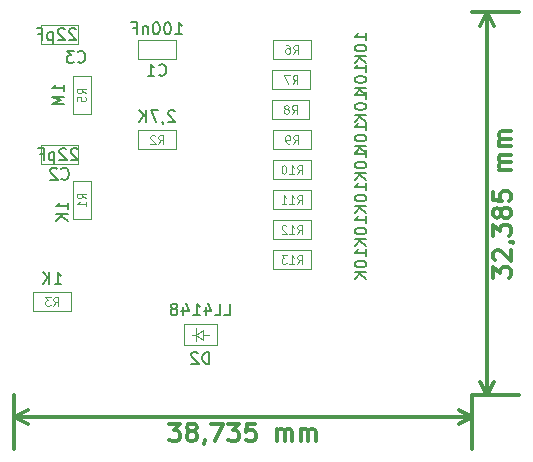
<source format=gbr>
G04 #@! TF.GenerationSoftware,KiCad,Pcbnew,(5.1.5)-3*
G04 #@! TF.CreationDate,2020-06-01T15:58:54+02:00*
G04 #@! TF.ProjectId,MutltiSwitch_Sw8,4d75746c-7469-4537-9769-7463685f5377,0.1*
G04 #@! TF.SameCoordinates,Original*
G04 #@! TF.FileFunction,Other,Fab,Bot*
%FSLAX46Y46*%
G04 Gerber Fmt 4.6, Leading zero omitted, Abs format (unit mm)*
G04 Created by KiCad (PCBNEW (5.1.5)-3) date 2020-06-01 15:58:54*
%MOMM*%
%LPD*%
G04 APERTURE LIST*
%ADD10C,0.300000*%
%ADD11C,0.100000*%
%ADD12C,0.150000*%
%ADD13C,0.105000*%
G04 APERTURE END LIST*
D10*
X146431785Y-123083571D02*
X147360357Y-123083571D01*
X146860357Y-123655000D01*
X147074642Y-123655000D01*
X147217500Y-123726428D01*
X147288928Y-123797857D01*
X147360357Y-123940714D01*
X147360357Y-124297857D01*
X147288928Y-124440714D01*
X147217500Y-124512142D01*
X147074642Y-124583571D01*
X146646071Y-124583571D01*
X146503214Y-124512142D01*
X146431785Y-124440714D01*
X148217500Y-123726428D02*
X148074642Y-123655000D01*
X148003214Y-123583571D01*
X147931785Y-123440714D01*
X147931785Y-123369285D01*
X148003214Y-123226428D01*
X148074642Y-123155000D01*
X148217500Y-123083571D01*
X148503214Y-123083571D01*
X148646071Y-123155000D01*
X148717500Y-123226428D01*
X148788928Y-123369285D01*
X148788928Y-123440714D01*
X148717500Y-123583571D01*
X148646071Y-123655000D01*
X148503214Y-123726428D01*
X148217500Y-123726428D01*
X148074642Y-123797857D01*
X148003214Y-123869285D01*
X147931785Y-124012142D01*
X147931785Y-124297857D01*
X148003214Y-124440714D01*
X148074642Y-124512142D01*
X148217500Y-124583571D01*
X148503214Y-124583571D01*
X148646071Y-124512142D01*
X148717500Y-124440714D01*
X148788928Y-124297857D01*
X148788928Y-124012142D01*
X148717500Y-123869285D01*
X148646071Y-123797857D01*
X148503214Y-123726428D01*
X149503214Y-124512142D02*
X149503214Y-124583571D01*
X149431785Y-124726428D01*
X149360357Y-124797857D01*
X150003214Y-123083571D02*
X151003214Y-123083571D01*
X150360357Y-124583571D01*
X151431785Y-123083571D02*
X152360357Y-123083571D01*
X151860357Y-123655000D01*
X152074642Y-123655000D01*
X152217500Y-123726428D01*
X152288928Y-123797857D01*
X152360357Y-123940714D01*
X152360357Y-124297857D01*
X152288928Y-124440714D01*
X152217500Y-124512142D01*
X152074642Y-124583571D01*
X151646071Y-124583571D01*
X151503214Y-124512142D01*
X151431785Y-124440714D01*
X153717500Y-123083571D02*
X153003214Y-123083571D01*
X152931785Y-123797857D01*
X153003214Y-123726428D01*
X153146071Y-123655000D01*
X153503214Y-123655000D01*
X153646071Y-123726428D01*
X153717500Y-123797857D01*
X153788928Y-123940714D01*
X153788928Y-124297857D01*
X153717500Y-124440714D01*
X153646071Y-124512142D01*
X153503214Y-124583571D01*
X153146071Y-124583571D01*
X153003214Y-124512142D01*
X152931785Y-124440714D01*
X155574642Y-124583571D02*
X155574642Y-123583571D01*
X155574642Y-123726428D02*
X155646071Y-123655000D01*
X155788928Y-123583571D01*
X156003214Y-123583571D01*
X156146071Y-123655000D01*
X156217500Y-123797857D01*
X156217500Y-124583571D01*
X156217500Y-123797857D02*
X156288928Y-123655000D01*
X156431785Y-123583571D01*
X156646071Y-123583571D01*
X156788928Y-123655000D01*
X156860357Y-123797857D01*
X156860357Y-124583571D01*
X157574642Y-124583571D02*
X157574642Y-123583571D01*
X157574642Y-123726428D02*
X157646071Y-123655000D01*
X157788928Y-123583571D01*
X158003214Y-123583571D01*
X158146071Y-123655000D01*
X158217500Y-123797857D01*
X158217500Y-124583571D01*
X158217500Y-123797857D02*
X158288928Y-123655000D01*
X158431785Y-123583571D01*
X158646071Y-123583571D01*
X158788928Y-123655000D01*
X158860357Y-123797857D01*
X158860357Y-124583571D01*
X172085000Y-122555000D02*
X133350000Y-122555000D01*
X172085000Y-120650000D02*
X172085000Y-125255000D01*
X133350000Y-120650000D02*
X133350000Y-125255000D01*
X133350000Y-122555000D02*
X134476504Y-121968579D01*
X133350000Y-122555000D02*
X134476504Y-123141421D01*
X172085000Y-122555000D02*
X170958496Y-121968579D01*
X172085000Y-122555000D02*
X170958496Y-123141421D01*
X173883570Y-110743214D02*
X173883570Y-109814642D01*
X174454999Y-110314642D01*
X174454999Y-110100357D01*
X174526427Y-109957500D01*
X174597856Y-109886071D01*
X174740713Y-109814642D01*
X175097856Y-109814642D01*
X175240713Y-109886071D01*
X175312141Y-109957500D01*
X175383570Y-110100357D01*
X175383570Y-110528928D01*
X175312141Y-110671785D01*
X175240713Y-110743214D01*
X174026427Y-109243214D02*
X173954999Y-109171785D01*
X173883570Y-109028928D01*
X173883570Y-108671785D01*
X173954999Y-108528928D01*
X174026427Y-108457500D01*
X174169284Y-108386071D01*
X174312141Y-108386071D01*
X174526427Y-108457500D01*
X175383570Y-109314642D01*
X175383570Y-108386071D01*
X175312141Y-107671785D02*
X175383570Y-107671785D01*
X175526427Y-107743214D01*
X175597856Y-107814642D01*
X173883570Y-107171785D02*
X173883570Y-106243214D01*
X174454999Y-106743214D01*
X174454999Y-106528928D01*
X174526427Y-106386071D01*
X174597856Y-106314642D01*
X174740713Y-106243214D01*
X175097856Y-106243214D01*
X175240713Y-106314642D01*
X175312141Y-106386071D01*
X175383570Y-106528928D01*
X175383570Y-106957500D01*
X175312141Y-107100357D01*
X175240713Y-107171785D01*
X174526427Y-105386071D02*
X174454999Y-105528928D01*
X174383570Y-105600357D01*
X174240713Y-105671785D01*
X174169284Y-105671785D01*
X174026427Y-105600357D01*
X173954999Y-105528928D01*
X173883570Y-105386071D01*
X173883570Y-105100357D01*
X173954999Y-104957500D01*
X174026427Y-104886071D01*
X174169284Y-104814642D01*
X174240713Y-104814642D01*
X174383570Y-104886071D01*
X174454999Y-104957500D01*
X174526427Y-105100357D01*
X174526427Y-105386071D01*
X174597856Y-105528928D01*
X174669284Y-105600357D01*
X174812141Y-105671785D01*
X175097856Y-105671785D01*
X175240713Y-105600357D01*
X175312141Y-105528928D01*
X175383570Y-105386071D01*
X175383570Y-105100357D01*
X175312141Y-104957500D01*
X175240713Y-104886071D01*
X175097856Y-104814642D01*
X174812141Y-104814642D01*
X174669284Y-104886071D01*
X174597856Y-104957500D01*
X174526427Y-105100357D01*
X173883570Y-103457500D02*
X173883570Y-104171785D01*
X174597856Y-104243214D01*
X174526427Y-104171785D01*
X174454999Y-104028928D01*
X174454999Y-103671785D01*
X174526427Y-103528928D01*
X174597856Y-103457500D01*
X174740713Y-103386071D01*
X175097856Y-103386071D01*
X175240713Y-103457500D01*
X175312141Y-103528928D01*
X175383570Y-103671785D01*
X175383570Y-104028928D01*
X175312141Y-104171785D01*
X175240713Y-104243214D01*
X175383570Y-101600357D02*
X174383570Y-101600357D01*
X174526427Y-101600357D02*
X174454999Y-101528928D01*
X174383570Y-101386071D01*
X174383570Y-101171785D01*
X174454999Y-101028928D01*
X174597856Y-100957500D01*
X175383570Y-100957500D01*
X174597856Y-100957500D02*
X174454999Y-100886071D01*
X174383570Y-100743214D01*
X174383570Y-100528928D01*
X174454999Y-100386071D01*
X174597856Y-100314642D01*
X175383570Y-100314642D01*
X175383570Y-99600357D02*
X174383570Y-99600357D01*
X174526427Y-99600357D02*
X174454999Y-99528928D01*
X174383570Y-99386071D01*
X174383570Y-99171785D01*
X174454999Y-99028928D01*
X174597856Y-98957500D01*
X175383570Y-98957500D01*
X174597856Y-98957500D02*
X174454999Y-98886071D01*
X174383570Y-98743214D01*
X174383570Y-98528928D01*
X174454999Y-98386071D01*
X174597856Y-98314642D01*
X175383570Y-98314642D01*
X173354999Y-120650000D02*
X173354999Y-88265000D01*
X172085000Y-120650000D02*
X176054999Y-120650000D01*
X172085000Y-88265000D02*
X176054999Y-88265000D01*
X173354999Y-88265000D02*
X173941420Y-89391504D01*
X173354999Y-88265000D02*
X172768578Y-89391504D01*
X173354999Y-120650000D02*
X173941420Y-119523496D01*
X173354999Y-120650000D02*
X172768578Y-119523496D01*
D11*
X143815000Y-90640000D02*
X143815000Y-92240000D01*
X147015000Y-90640000D02*
X143815000Y-90640000D01*
X147015000Y-92240000D02*
X147015000Y-90640000D01*
X143815000Y-92240000D02*
X147015000Y-92240000D01*
X135560000Y-99530000D02*
X135560000Y-101130000D01*
X138760000Y-99530000D02*
X135560000Y-99530000D01*
X138760000Y-101130000D02*
X138760000Y-99530000D01*
X135560000Y-101130000D02*
X138760000Y-101130000D01*
X135560000Y-89370000D02*
X135560000Y-90970000D01*
X138760000Y-89370000D02*
X135560000Y-89370000D01*
X138760000Y-90970000D02*
X138760000Y-89370000D01*
X135560000Y-90970000D02*
X138760000Y-90970000D01*
X143815000Y-98260000D02*
X143815000Y-99860000D01*
X147015000Y-98260000D02*
X143815000Y-98260000D01*
X147015000Y-99860000D02*
X147015000Y-98260000D01*
X143815000Y-99860000D02*
X147015000Y-99860000D01*
X138265000Y-105740000D02*
X139865000Y-105740000D01*
X138265000Y-102540000D02*
X138265000Y-105740000D01*
X139865000Y-102540000D02*
X138265000Y-102540000D01*
X139865000Y-105740000D02*
X139865000Y-102540000D01*
X134925000Y-111976000D02*
X134925000Y-113576000D01*
X138125000Y-111976000D02*
X134925000Y-111976000D01*
X138125000Y-113576000D02*
X138125000Y-111976000D01*
X134925000Y-113576000D02*
X138125000Y-113576000D01*
X138265000Y-96850000D02*
X139865000Y-96850000D01*
X138265000Y-93650000D02*
X138265000Y-96850000D01*
X139865000Y-93650000D02*
X138265000Y-93650000D01*
X139865000Y-96850000D02*
X139865000Y-93650000D01*
X155245000Y-90640000D02*
X155245000Y-92240000D01*
X158445000Y-90640000D02*
X155245000Y-90640000D01*
X158445000Y-92240000D02*
X158445000Y-90640000D01*
X155245000Y-92240000D02*
X158445000Y-92240000D01*
X155192000Y-93180000D02*
X155192000Y-94780000D01*
X158392000Y-93180000D02*
X155192000Y-93180000D01*
X158392000Y-94780000D02*
X158392000Y-93180000D01*
X155192000Y-94780000D02*
X158392000Y-94780000D01*
X155118000Y-95720000D02*
X155118000Y-97320000D01*
X158318000Y-95720000D02*
X155118000Y-95720000D01*
X158318000Y-97320000D02*
X158318000Y-95720000D01*
X155118000Y-97320000D02*
X158318000Y-97320000D01*
X155245000Y-98260000D02*
X155245000Y-99860000D01*
X158445000Y-98260000D02*
X155245000Y-98260000D01*
X158445000Y-99860000D02*
X158445000Y-98260000D01*
X155245000Y-99860000D02*
X158445000Y-99860000D01*
X155245000Y-100800000D02*
X155245000Y-102400000D01*
X158445000Y-100800000D02*
X155245000Y-100800000D01*
X158445000Y-102400000D02*
X158445000Y-100800000D01*
X155245000Y-102400000D02*
X158445000Y-102400000D01*
X155245000Y-103340000D02*
X155245000Y-104940000D01*
X158445000Y-103340000D02*
X155245000Y-103340000D01*
X158445000Y-104940000D02*
X158445000Y-103340000D01*
X155245000Y-104940000D02*
X158445000Y-104940000D01*
X155245000Y-105880000D02*
X155245000Y-107480000D01*
X158445000Y-105880000D02*
X155245000Y-105880000D01*
X158445000Y-107480000D02*
X158445000Y-105880000D01*
X155245000Y-107480000D02*
X158445000Y-107480000D01*
X155245000Y-108420000D02*
X155245000Y-110020000D01*
X158445000Y-108420000D02*
X155245000Y-108420000D01*
X158445000Y-110020000D02*
X158445000Y-108420000D01*
X155245000Y-110020000D02*
X158445000Y-110020000D01*
X147698000Y-116470000D02*
X150498000Y-116470000D01*
X150498000Y-116470000D02*
X150498000Y-114670000D01*
X150498000Y-114670000D02*
X147698000Y-114670000D01*
X147698000Y-114670000D02*
X147698000Y-116470000D01*
X148348000Y-115570000D02*
X148748000Y-115570000D01*
X148748000Y-115570000D02*
X148748000Y-116120000D01*
X148748000Y-115570000D02*
X148748000Y-115020000D01*
X148748000Y-115570000D02*
X149348000Y-115970000D01*
X149348000Y-115970000D02*
X149348000Y-115170000D01*
X149348000Y-115170000D02*
X148748000Y-115570000D01*
X149348000Y-115570000D02*
X149848000Y-115570000D01*
D12*
X146962619Y-90114380D02*
X147534047Y-90114380D01*
X147248333Y-90114380D02*
X147248333Y-89114380D01*
X147343571Y-89257238D01*
X147438809Y-89352476D01*
X147534047Y-89400095D01*
X146343571Y-89114380D02*
X146248333Y-89114380D01*
X146153095Y-89162000D01*
X146105476Y-89209619D01*
X146057857Y-89304857D01*
X146010238Y-89495333D01*
X146010238Y-89733428D01*
X146057857Y-89923904D01*
X146105476Y-90019142D01*
X146153095Y-90066761D01*
X146248333Y-90114380D01*
X146343571Y-90114380D01*
X146438809Y-90066761D01*
X146486428Y-90019142D01*
X146534047Y-89923904D01*
X146581666Y-89733428D01*
X146581666Y-89495333D01*
X146534047Y-89304857D01*
X146486428Y-89209619D01*
X146438809Y-89162000D01*
X146343571Y-89114380D01*
X145391190Y-89114380D02*
X145295952Y-89114380D01*
X145200714Y-89162000D01*
X145153095Y-89209619D01*
X145105476Y-89304857D01*
X145057857Y-89495333D01*
X145057857Y-89733428D01*
X145105476Y-89923904D01*
X145153095Y-90019142D01*
X145200714Y-90066761D01*
X145295952Y-90114380D01*
X145391190Y-90114380D01*
X145486428Y-90066761D01*
X145534047Y-90019142D01*
X145581666Y-89923904D01*
X145629285Y-89733428D01*
X145629285Y-89495333D01*
X145581666Y-89304857D01*
X145534047Y-89209619D01*
X145486428Y-89162000D01*
X145391190Y-89114380D01*
X144629285Y-89447714D02*
X144629285Y-90114380D01*
X144629285Y-89542952D02*
X144581666Y-89495333D01*
X144486428Y-89447714D01*
X144343571Y-89447714D01*
X144248333Y-89495333D01*
X144200714Y-89590571D01*
X144200714Y-90114380D01*
X143391190Y-89590571D02*
X143724523Y-89590571D01*
X143724523Y-90114380D02*
X143724523Y-89114380D01*
X143248333Y-89114380D01*
X145581666Y-93547142D02*
X145629285Y-93594761D01*
X145772142Y-93642380D01*
X145867380Y-93642380D01*
X146010238Y-93594761D01*
X146105476Y-93499523D01*
X146153095Y-93404285D01*
X146200714Y-93213809D01*
X146200714Y-93070952D01*
X146153095Y-92880476D01*
X146105476Y-92785238D01*
X146010238Y-92690000D01*
X145867380Y-92642380D01*
X145772142Y-92642380D01*
X145629285Y-92690000D01*
X145581666Y-92737619D01*
X144629285Y-93642380D02*
X145200714Y-93642380D01*
X144915000Y-93642380D02*
X144915000Y-92642380D01*
X145010238Y-92785238D01*
X145105476Y-92880476D01*
X145200714Y-92928095D01*
X138675857Y-99877619D02*
X138628238Y-99830000D01*
X138533000Y-99782380D01*
X138294904Y-99782380D01*
X138199666Y-99830000D01*
X138152047Y-99877619D01*
X138104428Y-99972857D01*
X138104428Y-100068095D01*
X138152047Y-100210952D01*
X138723476Y-100782380D01*
X138104428Y-100782380D01*
X137723476Y-99877619D02*
X137675857Y-99830000D01*
X137580619Y-99782380D01*
X137342523Y-99782380D01*
X137247285Y-99830000D01*
X137199666Y-99877619D01*
X137152047Y-99972857D01*
X137152047Y-100068095D01*
X137199666Y-100210952D01*
X137771095Y-100782380D01*
X137152047Y-100782380D01*
X136723476Y-100115714D02*
X136723476Y-101115714D01*
X136723476Y-100163333D02*
X136628238Y-100115714D01*
X136437761Y-100115714D01*
X136342523Y-100163333D01*
X136294904Y-100210952D01*
X136247285Y-100306190D01*
X136247285Y-100591904D01*
X136294904Y-100687142D01*
X136342523Y-100734761D01*
X136437761Y-100782380D01*
X136628238Y-100782380D01*
X136723476Y-100734761D01*
X135485380Y-100258571D02*
X135818714Y-100258571D01*
X135818714Y-100782380D02*
X135818714Y-99782380D01*
X135342523Y-99782380D01*
X137326666Y-102338142D02*
X137374285Y-102385761D01*
X137517142Y-102433380D01*
X137612380Y-102433380D01*
X137755238Y-102385761D01*
X137850476Y-102290523D01*
X137898095Y-102195285D01*
X137945714Y-102004809D01*
X137945714Y-101861952D01*
X137898095Y-101671476D01*
X137850476Y-101576238D01*
X137755238Y-101481000D01*
X137612380Y-101433380D01*
X137517142Y-101433380D01*
X137374285Y-101481000D01*
X137326666Y-101528619D01*
X136945714Y-101528619D02*
X136898095Y-101481000D01*
X136802857Y-101433380D01*
X136564761Y-101433380D01*
X136469523Y-101481000D01*
X136421904Y-101528619D01*
X136374285Y-101623857D01*
X136374285Y-101719095D01*
X136421904Y-101861952D01*
X136993333Y-102433380D01*
X136374285Y-102433380D01*
X138548857Y-89717619D02*
X138501238Y-89670000D01*
X138406000Y-89622380D01*
X138167904Y-89622380D01*
X138072666Y-89670000D01*
X138025047Y-89717619D01*
X137977428Y-89812857D01*
X137977428Y-89908095D01*
X138025047Y-90050952D01*
X138596476Y-90622380D01*
X137977428Y-90622380D01*
X137596476Y-89717619D02*
X137548857Y-89670000D01*
X137453619Y-89622380D01*
X137215523Y-89622380D01*
X137120285Y-89670000D01*
X137072666Y-89717619D01*
X137025047Y-89812857D01*
X137025047Y-89908095D01*
X137072666Y-90050952D01*
X137644095Y-90622380D01*
X137025047Y-90622380D01*
X136596476Y-89955714D02*
X136596476Y-90955714D01*
X136596476Y-90003333D02*
X136501238Y-89955714D01*
X136310761Y-89955714D01*
X136215523Y-90003333D01*
X136167904Y-90050952D01*
X136120285Y-90146190D01*
X136120285Y-90431904D01*
X136167904Y-90527142D01*
X136215523Y-90574761D01*
X136310761Y-90622380D01*
X136501238Y-90622380D01*
X136596476Y-90574761D01*
X135358380Y-90098571D02*
X135691714Y-90098571D01*
X135691714Y-90622380D02*
X135691714Y-89622380D01*
X135215523Y-89622380D01*
X138723666Y-92432142D02*
X138771285Y-92479761D01*
X138914142Y-92527380D01*
X139009380Y-92527380D01*
X139152238Y-92479761D01*
X139247476Y-92384523D01*
X139295095Y-92289285D01*
X139342714Y-92098809D01*
X139342714Y-91955952D01*
X139295095Y-91765476D01*
X139247476Y-91670238D01*
X139152238Y-91575000D01*
X139009380Y-91527380D01*
X138914142Y-91527380D01*
X138771285Y-91575000D01*
X138723666Y-91622619D01*
X138390333Y-91527380D02*
X137771285Y-91527380D01*
X138104619Y-91908333D01*
X137961761Y-91908333D01*
X137866523Y-91955952D01*
X137818904Y-92003571D01*
X137771285Y-92098809D01*
X137771285Y-92336904D01*
X137818904Y-92432142D01*
X137866523Y-92479761D01*
X137961761Y-92527380D01*
X138247476Y-92527380D01*
X138342714Y-92479761D01*
X138390333Y-92432142D01*
X146915000Y-96657619D02*
X146867380Y-96610000D01*
X146772142Y-96562380D01*
X146534047Y-96562380D01*
X146438809Y-96610000D01*
X146391190Y-96657619D01*
X146343571Y-96752857D01*
X146343571Y-96848095D01*
X146391190Y-96990952D01*
X146962619Y-97562380D01*
X146343571Y-97562380D01*
X145867380Y-97514761D02*
X145867380Y-97562380D01*
X145915000Y-97657619D01*
X145962619Y-97705238D01*
X145534047Y-96562380D02*
X144867380Y-96562380D01*
X145295952Y-97562380D01*
X144486428Y-97562380D02*
X144486428Y-96562380D01*
X143915000Y-97562380D02*
X144343571Y-96990952D01*
X143915000Y-96562380D02*
X144486428Y-97133809D01*
D13*
X145531666Y-99376666D02*
X145765000Y-99043333D01*
X145931666Y-99376666D02*
X145931666Y-98676666D01*
X145665000Y-98676666D01*
X145598333Y-98710000D01*
X145565000Y-98743333D01*
X145531666Y-98810000D01*
X145531666Y-98910000D01*
X145565000Y-98976666D01*
X145598333Y-99010000D01*
X145665000Y-99043333D01*
X145931666Y-99043333D01*
X145265000Y-98743333D02*
X145231666Y-98710000D01*
X145165000Y-98676666D01*
X144998333Y-98676666D01*
X144931666Y-98710000D01*
X144898333Y-98743333D01*
X144865000Y-98810000D01*
X144865000Y-98876666D01*
X144898333Y-98976666D01*
X145298333Y-99376666D01*
X144865000Y-99376666D01*
D12*
X137866380Y-104941714D02*
X137866380Y-104370285D01*
X137866380Y-104656000D02*
X136866380Y-104656000D01*
X137009238Y-104560761D01*
X137104476Y-104465523D01*
X137152095Y-104370285D01*
X137866380Y-105370285D02*
X136866380Y-105370285D01*
X137866380Y-105941714D02*
X137294952Y-105513142D01*
X136866380Y-105941714D02*
X137437809Y-105370285D01*
D13*
X139381666Y-104023333D02*
X139048333Y-103790000D01*
X139381666Y-103623333D02*
X138681666Y-103623333D01*
X138681666Y-103890000D01*
X138715000Y-103956666D01*
X138748333Y-103990000D01*
X138815000Y-104023333D01*
X138915000Y-104023333D01*
X138981666Y-103990000D01*
X139015000Y-103956666D01*
X139048333Y-103890000D01*
X139048333Y-103623333D01*
X139381666Y-104690000D02*
X139381666Y-104290000D01*
X139381666Y-104490000D02*
X138681666Y-104490000D01*
X138781666Y-104423333D01*
X138848333Y-104356666D01*
X138881666Y-104290000D01*
D12*
X136739285Y-111278380D02*
X137310714Y-111278380D01*
X137025000Y-111278380D02*
X137025000Y-110278380D01*
X137120238Y-110421238D01*
X137215476Y-110516476D01*
X137310714Y-110564095D01*
X136310714Y-111278380D02*
X136310714Y-110278380D01*
X135739285Y-111278380D02*
X136167857Y-110706952D01*
X135739285Y-110278380D02*
X136310714Y-110849809D01*
D13*
X136641666Y-113092666D02*
X136875000Y-112759333D01*
X137041666Y-113092666D02*
X137041666Y-112392666D01*
X136775000Y-112392666D01*
X136708333Y-112426000D01*
X136675000Y-112459333D01*
X136641666Y-112526000D01*
X136641666Y-112626000D01*
X136675000Y-112692666D01*
X136708333Y-112726000D01*
X136775000Y-112759333D01*
X137041666Y-112759333D01*
X136408333Y-112392666D02*
X135975000Y-112392666D01*
X136208333Y-112659333D01*
X136108333Y-112659333D01*
X136041666Y-112692666D01*
X136008333Y-112726000D01*
X135975000Y-112792666D01*
X135975000Y-112959333D01*
X136008333Y-113026000D01*
X136041666Y-113059333D01*
X136108333Y-113092666D01*
X136308333Y-113092666D01*
X136375000Y-113059333D01*
X136408333Y-113026000D01*
D12*
X137567380Y-94964285D02*
X137567380Y-94392857D01*
X137567380Y-94678571D02*
X136567380Y-94678571D01*
X136710238Y-94583333D01*
X136805476Y-94488095D01*
X136853095Y-94392857D01*
X137567380Y-95392857D02*
X136567380Y-95392857D01*
X137281666Y-95726190D01*
X136567380Y-96059523D01*
X137567380Y-96059523D01*
D13*
X139381666Y-95133333D02*
X139048333Y-94900000D01*
X139381666Y-94733333D02*
X138681666Y-94733333D01*
X138681666Y-95000000D01*
X138715000Y-95066666D01*
X138748333Y-95100000D01*
X138815000Y-95133333D01*
X138915000Y-95133333D01*
X138981666Y-95100000D01*
X139015000Y-95066666D01*
X139048333Y-95000000D01*
X139048333Y-94733333D01*
X138681666Y-95766666D02*
X138681666Y-95433333D01*
X139015000Y-95400000D01*
X138981666Y-95433333D01*
X138948333Y-95500000D01*
X138948333Y-95666666D01*
X138981666Y-95733333D01*
X139015000Y-95766666D01*
X139081666Y-95800000D01*
X139248333Y-95800000D01*
X139315000Y-95766666D01*
X139348333Y-95733333D01*
X139381666Y-95666666D01*
X139381666Y-95500000D01*
X139348333Y-95433333D01*
X139315000Y-95400000D01*
D12*
X163139380Y-90622523D02*
X163139380Y-90051095D01*
X163139380Y-90336809D02*
X162139380Y-90336809D01*
X162282238Y-90241571D01*
X162377476Y-90146333D01*
X162425095Y-90051095D01*
X162139380Y-91241571D02*
X162139380Y-91336809D01*
X162187000Y-91432047D01*
X162234619Y-91479666D01*
X162329857Y-91527285D01*
X162520333Y-91574904D01*
X162758428Y-91574904D01*
X162948904Y-91527285D01*
X163044142Y-91479666D01*
X163091761Y-91432047D01*
X163139380Y-91336809D01*
X163139380Y-91241571D01*
X163091761Y-91146333D01*
X163044142Y-91098714D01*
X162948904Y-91051095D01*
X162758428Y-91003476D01*
X162520333Y-91003476D01*
X162329857Y-91051095D01*
X162234619Y-91098714D01*
X162187000Y-91146333D01*
X162139380Y-91241571D01*
X163139380Y-92003476D02*
X162139380Y-92003476D01*
X163139380Y-92574904D02*
X162567952Y-92146333D01*
X162139380Y-92574904D02*
X162710809Y-92003476D01*
D13*
X156961666Y-91756666D02*
X157195000Y-91423333D01*
X157361666Y-91756666D02*
X157361666Y-91056666D01*
X157095000Y-91056666D01*
X157028333Y-91090000D01*
X156995000Y-91123333D01*
X156961666Y-91190000D01*
X156961666Y-91290000D01*
X156995000Y-91356666D01*
X157028333Y-91390000D01*
X157095000Y-91423333D01*
X157361666Y-91423333D01*
X156361666Y-91056666D02*
X156495000Y-91056666D01*
X156561666Y-91090000D01*
X156595000Y-91123333D01*
X156661666Y-91223333D01*
X156695000Y-91356666D01*
X156695000Y-91623333D01*
X156661666Y-91690000D01*
X156628333Y-91723333D01*
X156561666Y-91756666D01*
X156428333Y-91756666D01*
X156361666Y-91723333D01*
X156328333Y-91690000D01*
X156295000Y-91623333D01*
X156295000Y-91456666D01*
X156328333Y-91390000D01*
X156361666Y-91356666D01*
X156428333Y-91323333D01*
X156561666Y-91323333D01*
X156628333Y-91356666D01*
X156661666Y-91390000D01*
X156695000Y-91456666D01*
D12*
X163139380Y-93289523D02*
X163139380Y-92718095D01*
X163139380Y-93003809D02*
X162139380Y-93003809D01*
X162282238Y-92908571D01*
X162377476Y-92813333D01*
X162425095Y-92718095D01*
X162139380Y-93908571D02*
X162139380Y-94003809D01*
X162187000Y-94099047D01*
X162234619Y-94146666D01*
X162329857Y-94194285D01*
X162520333Y-94241904D01*
X162758428Y-94241904D01*
X162948904Y-94194285D01*
X163044142Y-94146666D01*
X163091761Y-94099047D01*
X163139380Y-94003809D01*
X163139380Y-93908571D01*
X163091761Y-93813333D01*
X163044142Y-93765714D01*
X162948904Y-93718095D01*
X162758428Y-93670476D01*
X162520333Y-93670476D01*
X162329857Y-93718095D01*
X162234619Y-93765714D01*
X162187000Y-93813333D01*
X162139380Y-93908571D01*
X163139380Y-94670476D02*
X162139380Y-94670476D01*
X163139380Y-95241904D02*
X162567952Y-94813333D01*
X162139380Y-95241904D02*
X162710809Y-94670476D01*
D13*
X156908666Y-94296666D02*
X157142000Y-93963333D01*
X157308666Y-94296666D02*
X157308666Y-93596666D01*
X157042000Y-93596666D01*
X156975333Y-93630000D01*
X156942000Y-93663333D01*
X156908666Y-93730000D01*
X156908666Y-93830000D01*
X156942000Y-93896666D01*
X156975333Y-93930000D01*
X157042000Y-93963333D01*
X157308666Y-93963333D01*
X156675333Y-93596666D02*
X156208666Y-93596666D01*
X156508666Y-94296666D01*
D12*
X163139380Y-95575523D02*
X163139380Y-95004095D01*
X163139380Y-95289809D02*
X162139380Y-95289809D01*
X162282238Y-95194571D01*
X162377476Y-95099333D01*
X162425095Y-95004095D01*
X162139380Y-96194571D02*
X162139380Y-96289809D01*
X162187000Y-96385047D01*
X162234619Y-96432666D01*
X162329857Y-96480285D01*
X162520333Y-96527904D01*
X162758428Y-96527904D01*
X162948904Y-96480285D01*
X163044142Y-96432666D01*
X163091761Y-96385047D01*
X163139380Y-96289809D01*
X163139380Y-96194571D01*
X163091761Y-96099333D01*
X163044142Y-96051714D01*
X162948904Y-96004095D01*
X162758428Y-95956476D01*
X162520333Y-95956476D01*
X162329857Y-96004095D01*
X162234619Y-96051714D01*
X162187000Y-96099333D01*
X162139380Y-96194571D01*
X163139380Y-96956476D02*
X162139380Y-96956476D01*
X163139380Y-97527904D02*
X162567952Y-97099333D01*
X162139380Y-97527904D02*
X162710809Y-96956476D01*
D13*
X156834666Y-96836666D02*
X157068000Y-96503333D01*
X157234666Y-96836666D02*
X157234666Y-96136666D01*
X156968000Y-96136666D01*
X156901333Y-96170000D01*
X156868000Y-96203333D01*
X156834666Y-96270000D01*
X156834666Y-96370000D01*
X156868000Y-96436666D01*
X156901333Y-96470000D01*
X156968000Y-96503333D01*
X157234666Y-96503333D01*
X156434666Y-96436666D02*
X156501333Y-96403333D01*
X156534666Y-96370000D01*
X156568000Y-96303333D01*
X156568000Y-96270000D01*
X156534666Y-96203333D01*
X156501333Y-96170000D01*
X156434666Y-96136666D01*
X156301333Y-96136666D01*
X156234666Y-96170000D01*
X156201333Y-96203333D01*
X156168000Y-96270000D01*
X156168000Y-96303333D01*
X156201333Y-96370000D01*
X156234666Y-96403333D01*
X156301333Y-96436666D01*
X156434666Y-96436666D01*
X156501333Y-96470000D01*
X156534666Y-96503333D01*
X156568000Y-96570000D01*
X156568000Y-96703333D01*
X156534666Y-96770000D01*
X156501333Y-96803333D01*
X156434666Y-96836666D01*
X156301333Y-96836666D01*
X156234666Y-96803333D01*
X156201333Y-96770000D01*
X156168000Y-96703333D01*
X156168000Y-96570000D01*
X156201333Y-96503333D01*
X156234666Y-96470000D01*
X156301333Y-96436666D01*
D12*
X163139380Y-98242523D02*
X163139380Y-97671095D01*
X163139380Y-97956809D02*
X162139380Y-97956809D01*
X162282238Y-97861571D01*
X162377476Y-97766333D01*
X162425095Y-97671095D01*
X162139380Y-98861571D02*
X162139380Y-98956809D01*
X162187000Y-99052047D01*
X162234619Y-99099666D01*
X162329857Y-99147285D01*
X162520333Y-99194904D01*
X162758428Y-99194904D01*
X162948904Y-99147285D01*
X163044142Y-99099666D01*
X163091761Y-99052047D01*
X163139380Y-98956809D01*
X163139380Y-98861571D01*
X163091761Y-98766333D01*
X163044142Y-98718714D01*
X162948904Y-98671095D01*
X162758428Y-98623476D01*
X162520333Y-98623476D01*
X162329857Y-98671095D01*
X162234619Y-98718714D01*
X162187000Y-98766333D01*
X162139380Y-98861571D01*
X163139380Y-99623476D02*
X162139380Y-99623476D01*
X163139380Y-100194904D02*
X162567952Y-99766333D01*
X162139380Y-100194904D02*
X162710809Y-99623476D01*
D13*
X156961666Y-99376666D02*
X157195000Y-99043333D01*
X157361666Y-99376666D02*
X157361666Y-98676666D01*
X157095000Y-98676666D01*
X157028333Y-98710000D01*
X156995000Y-98743333D01*
X156961666Y-98810000D01*
X156961666Y-98910000D01*
X156995000Y-98976666D01*
X157028333Y-99010000D01*
X157095000Y-99043333D01*
X157361666Y-99043333D01*
X156628333Y-99376666D02*
X156495000Y-99376666D01*
X156428333Y-99343333D01*
X156395000Y-99310000D01*
X156328333Y-99210000D01*
X156295000Y-99076666D01*
X156295000Y-98810000D01*
X156328333Y-98743333D01*
X156361666Y-98710000D01*
X156428333Y-98676666D01*
X156561666Y-98676666D01*
X156628333Y-98710000D01*
X156661666Y-98743333D01*
X156695000Y-98810000D01*
X156695000Y-98976666D01*
X156661666Y-99043333D01*
X156628333Y-99076666D01*
X156561666Y-99110000D01*
X156428333Y-99110000D01*
X156361666Y-99076666D01*
X156328333Y-99043333D01*
X156295000Y-98976666D01*
D12*
X163139380Y-100528523D02*
X163139380Y-99957095D01*
X163139380Y-100242809D02*
X162139380Y-100242809D01*
X162282238Y-100147571D01*
X162377476Y-100052333D01*
X162425095Y-99957095D01*
X162139380Y-101147571D02*
X162139380Y-101242809D01*
X162187000Y-101338047D01*
X162234619Y-101385666D01*
X162329857Y-101433285D01*
X162520333Y-101480904D01*
X162758428Y-101480904D01*
X162948904Y-101433285D01*
X163044142Y-101385666D01*
X163091761Y-101338047D01*
X163139380Y-101242809D01*
X163139380Y-101147571D01*
X163091761Y-101052333D01*
X163044142Y-101004714D01*
X162948904Y-100957095D01*
X162758428Y-100909476D01*
X162520333Y-100909476D01*
X162329857Y-100957095D01*
X162234619Y-101004714D01*
X162187000Y-101052333D01*
X162139380Y-101147571D01*
X163139380Y-101909476D02*
X162139380Y-101909476D01*
X163139380Y-102480904D02*
X162567952Y-102052333D01*
X162139380Y-102480904D02*
X162710809Y-101909476D01*
D13*
X157295000Y-101916666D02*
X157528333Y-101583333D01*
X157695000Y-101916666D02*
X157695000Y-101216666D01*
X157428333Y-101216666D01*
X157361666Y-101250000D01*
X157328333Y-101283333D01*
X157295000Y-101350000D01*
X157295000Y-101450000D01*
X157328333Y-101516666D01*
X157361666Y-101550000D01*
X157428333Y-101583333D01*
X157695000Y-101583333D01*
X156628333Y-101916666D02*
X157028333Y-101916666D01*
X156828333Y-101916666D02*
X156828333Y-101216666D01*
X156895000Y-101316666D01*
X156961666Y-101383333D01*
X157028333Y-101416666D01*
X156195000Y-101216666D02*
X156128333Y-101216666D01*
X156061666Y-101250000D01*
X156028333Y-101283333D01*
X155995000Y-101350000D01*
X155961666Y-101483333D01*
X155961666Y-101650000D01*
X155995000Y-101783333D01*
X156028333Y-101850000D01*
X156061666Y-101883333D01*
X156128333Y-101916666D01*
X156195000Y-101916666D01*
X156261666Y-101883333D01*
X156295000Y-101850000D01*
X156328333Y-101783333D01*
X156361666Y-101650000D01*
X156361666Y-101483333D01*
X156328333Y-101350000D01*
X156295000Y-101283333D01*
X156261666Y-101250000D01*
X156195000Y-101216666D01*
D12*
X163139380Y-103322523D02*
X163139380Y-102751095D01*
X163139380Y-103036809D02*
X162139380Y-103036809D01*
X162282238Y-102941571D01*
X162377476Y-102846333D01*
X162425095Y-102751095D01*
X162139380Y-103941571D02*
X162139380Y-104036809D01*
X162187000Y-104132047D01*
X162234619Y-104179666D01*
X162329857Y-104227285D01*
X162520333Y-104274904D01*
X162758428Y-104274904D01*
X162948904Y-104227285D01*
X163044142Y-104179666D01*
X163091761Y-104132047D01*
X163139380Y-104036809D01*
X163139380Y-103941571D01*
X163091761Y-103846333D01*
X163044142Y-103798714D01*
X162948904Y-103751095D01*
X162758428Y-103703476D01*
X162520333Y-103703476D01*
X162329857Y-103751095D01*
X162234619Y-103798714D01*
X162187000Y-103846333D01*
X162139380Y-103941571D01*
X163139380Y-104703476D02*
X162139380Y-104703476D01*
X163139380Y-105274904D02*
X162567952Y-104846333D01*
X162139380Y-105274904D02*
X162710809Y-104703476D01*
D13*
X157295000Y-104456666D02*
X157528333Y-104123333D01*
X157695000Y-104456666D02*
X157695000Y-103756666D01*
X157428333Y-103756666D01*
X157361666Y-103790000D01*
X157328333Y-103823333D01*
X157295000Y-103890000D01*
X157295000Y-103990000D01*
X157328333Y-104056666D01*
X157361666Y-104090000D01*
X157428333Y-104123333D01*
X157695000Y-104123333D01*
X156628333Y-104456666D02*
X157028333Y-104456666D01*
X156828333Y-104456666D02*
X156828333Y-103756666D01*
X156895000Y-103856666D01*
X156961666Y-103923333D01*
X157028333Y-103956666D01*
X155961666Y-104456666D02*
X156361666Y-104456666D01*
X156161666Y-104456666D02*
X156161666Y-103756666D01*
X156228333Y-103856666D01*
X156295000Y-103923333D01*
X156361666Y-103956666D01*
D12*
X163139380Y-106116523D02*
X163139380Y-105545095D01*
X163139380Y-105830809D02*
X162139380Y-105830809D01*
X162282238Y-105735571D01*
X162377476Y-105640333D01*
X162425095Y-105545095D01*
X162139380Y-106735571D02*
X162139380Y-106830809D01*
X162187000Y-106926047D01*
X162234619Y-106973666D01*
X162329857Y-107021285D01*
X162520333Y-107068904D01*
X162758428Y-107068904D01*
X162948904Y-107021285D01*
X163044142Y-106973666D01*
X163091761Y-106926047D01*
X163139380Y-106830809D01*
X163139380Y-106735571D01*
X163091761Y-106640333D01*
X163044142Y-106592714D01*
X162948904Y-106545095D01*
X162758428Y-106497476D01*
X162520333Y-106497476D01*
X162329857Y-106545095D01*
X162234619Y-106592714D01*
X162187000Y-106640333D01*
X162139380Y-106735571D01*
X163139380Y-107497476D02*
X162139380Y-107497476D01*
X163139380Y-108068904D02*
X162567952Y-107640333D01*
X162139380Y-108068904D02*
X162710809Y-107497476D01*
D13*
X157295000Y-106996666D02*
X157528333Y-106663333D01*
X157695000Y-106996666D02*
X157695000Y-106296666D01*
X157428333Y-106296666D01*
X157361666Y-106330000D01*
X157328333Y-106363333D01*
X157295000Y-106430000D01*
X157295000Y-106530000D01*
X157328333Y-106596666D01*
X157361666Y-106630000D01*
X157428333Y-106663333D01*
X157695000Y-106663333D01*
X156628333Y-106996666D02*
X157028333Y-106996666D01*
X156828333Y-106996666D02*
X156828333Y-106296666D01*
X156895000Y-106396666D01*
X156961666Y-106463333D01*
X157028333Y-106496666D01*
X156361666Y-106363333D02*
X156328333Y-106330000D01*
X156261666Y-106296666D01*
X156095000Y-106296666D01*
X156028333Y-106330000D01*
X155995000Y-106363333D01*
X155961666Y-106430000D01*
X155961666Y-106496666D01*
X155995000Y-106596666D01*
X156395000Y-106996666D01*
X155961666Y-106996666D01*
D12*
X163139380Y-108910523D02*
X163139380Y-108339095D01*
X163139380Y-108624809D02*
X162139380Y-108624809D01*
X162282238Y-108529571D01*
X162377476Y-108434333D01*
X162425095Y-108339095D01*
X162139380Y-109529571D02*
X162139380Y-109624809D01*
X162187000Y-109720047D01*
X162234619Y-109767666D01*
X162329857Y-109815285D01*
X162520333Y-109862904D01*
X162758428Y-109862904D01*
X162948904Y-109815285D01*
X163044142Y-109767666D01*
X163091761Y-109720047D01*
X163139380Y-109624809D01*
X163139380Y-109529571D01*
X163091761Y-109434333D01*
X163044142Y-109386714D01*
X162948904Y-109339095D01*
X162758428Y-109291476D01*
X162520333Y-109291476D01*
X162329857Y-109339095D01*
X162234619Y-109386714D01*
X162187000Y-109434333D01*
X162139380Y-109529571D01*
X163139380Y-110291476D02*
X162139380Y-110291476D01*
X163139380Y-110862904D02*
X162567952Y-110434333D01*
X162139380Y-110862904D02*
X162710809Y-110291476D01*
D13*
X157295000Y-109536666D02*
X157528333Y-109203333D01*
X157695000Y-109536666D02*
X157695000Y-108836666D01*
X157428333Y-108836666D01*
X157361666Y-108870000D01*
X157328333Y-108903333D01*
X157295000Y-108970000D01*
X157295000Y-109070000D01*
X157328333Y-109136666D01*
X157361666Y-109170000D01*
X157428333Y-109203333D01*
X157695000Y-109203333D01*
X156628333Y-109536666D02*
X157028333Y-109536666D01*
X156828333Y-109536666D02*
X156828333Y-108836666D01*
X156895000Y-108936666D01*
X156961666Y-109003333D01*
X157028333Y-109036666D01*
X156395000Y-108836666D02*
X155961666Y-108836666D01*
X156195000Y-109103333D01*
X156095000Y-109103333D01*
X156028333Y-109136666D01*
X155995000Y-109170000D01*
X155961666Y-109236666D01*
X155961666Y-109403333D01*
X155995000Y-109470000D01*
X156028333Y-109503333D01*
X156095000Y-109536666D01*
X156295000Y-109536666D01*
X156361666Y-109503333D01*
X156395000Y-109470000D01*
D12*
X151098000Y-113922380D02*
X151574190Y-113922380D01*
X151574190Y-112922380D01*
X150288476Y-113922380D02*
X150764666Y-113922380D01*
X150764666Y-112922380D01*
X149526571Y-113255714D02*
X149526571Y-113922380D01*
X149764666Y-112874761D02*
X150002761Y-113589047D01*
X149383714Y-113589047D01*
X148478952Y-113922380D02*
X149050380Y-113922380D01*
X148764666Y-113922380D02*
X148764666Y-112922380D01*
X148859904Y-113065238D01*
X148955142Y-113160476D01*
X149050380Y-113208095D01*
X147621809Y-113255714D02*
X147621809Y-113922380D01*
X147859904Y-112874761D02*
X148098000Y-113589047D01*
X147478952Y-113589047D01*
X146955142Y-113350952D02*
X147050380Y-113303333D01*
X147098000Y-113255714D01*
X147145619Y-113160476D01*
X147145619Y-113112857D01*
X147098000Y-113017619D01*
X147050380Y-112970000D01*
X146955142Y-112922380D01*
X146764666Y-112922380D01*
X146669428Y-112970000D01*
X146621809Y-113017619D01*
X146574190Y-113112857D01*
X146574190Y-113160476D01*
X146621809Y-113255714D01*
X146669428Y-113303333D01*
X146764666Y-113350952D01*
X146955142Y-113350952D01*
X147050380Y-113398571D01*
X147098000Y-113446190D01*
X147145619Y-113541428D01*
X147145619Y-113731904D01*
X147098000Y-113827142D01*
X147050380Y-113874761D01*
X146955142Y-113922380D01*
X146764666Y-113922380D01*
X146669428Y-113874761D01*
X146621809Y-113827142D01*
X146574190Y-113731904D01*
X146574190Y-113541428D01*
X146621809Y-113446190D01*
X146669428Y-113398571D01*
X146764666Y-113350952D01*
X149836095Y-118022380D02*
X149836095Y-117022380D01*
X149598000Y-117022380D01*
X149455142Y-117070000D01*
X149359904Y-117165238D01*
X149312285Y-117260476D01*
X149264666Y-117450952D01*
X149264666Y-117593809D01*
X149312285Y-117784285D01*
X149359904Y-117879523D01*
X149455142Y-117974761D01*
X149598000Y-118022380D01*
X149836095Y-118022380D01*
X148883714Y-117117619D02*
X148836095Y-117070000D01*
X148740857Y-117022380D01*
X148502761Y-117022380D01*
X148407523Y-117070000D01*
X148359904Y-117117619D01*
X148312285Y-117212857D01*
X148312285Y-117308095D01*
X148359904Y-117450952D01*
X148931333Y-118022380D01*
X148312285Y-118022380D01*
M02*

</source>
